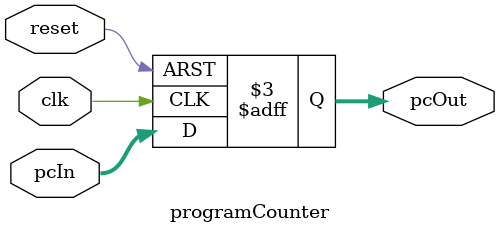
<source format=sv>
module programCounter (
    input  logic        clk,           
    input  logic        reset,
    input  logic [31:0] pcIn,         
    output logic [31:0] pcOut         
);

    // PC register
    always_ff @(posedge clk or negedge reset) begin
        if (!reset) begin
            pcOut <= 32'h00000000;  // Reset PC to the initial address
        end else begin
            pcOut <= pcIn;         
        end
    end

endmodule

</source>
